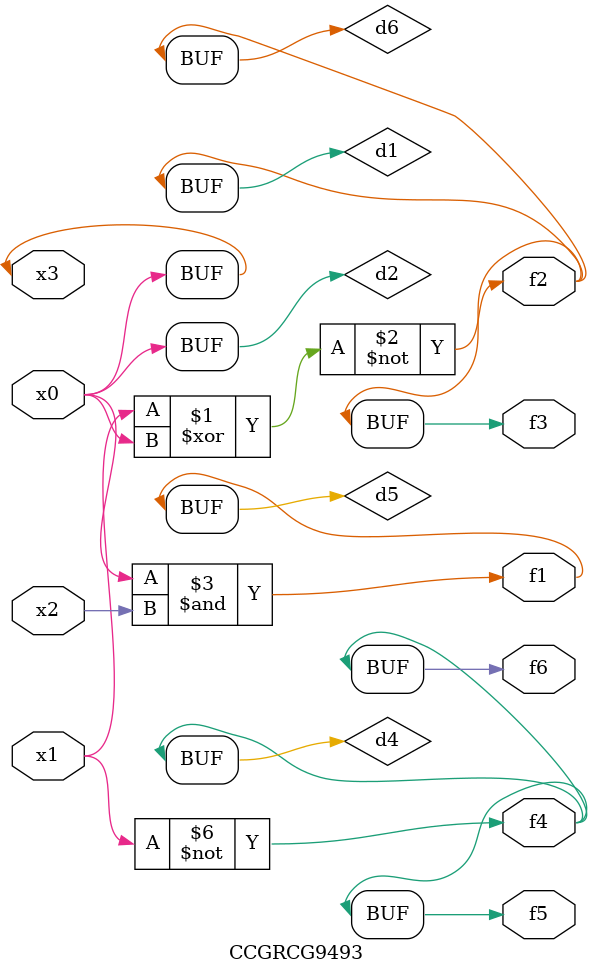
<source format=v>
module CCGRCG9493(
	input x0, x1, x2, x3,
	output f1, f2, f3, f4, f5, f6
);

	wire d1, d2, d3, d4, d5, d6;

	xnor (d1, x1, x3);
	buf (d2, x0, x3);
	nand (d3, x0, x2);
	not (d4, x1);
	nand (d5, d3);
	or (d6, d1);
	assign f1 = d5;
	assign f2 = d6;
	assign f3 = d6;
	assign f4 = d4;
	assign f5 = d4;
	assign f6 = d4;
endmodule

</source>
